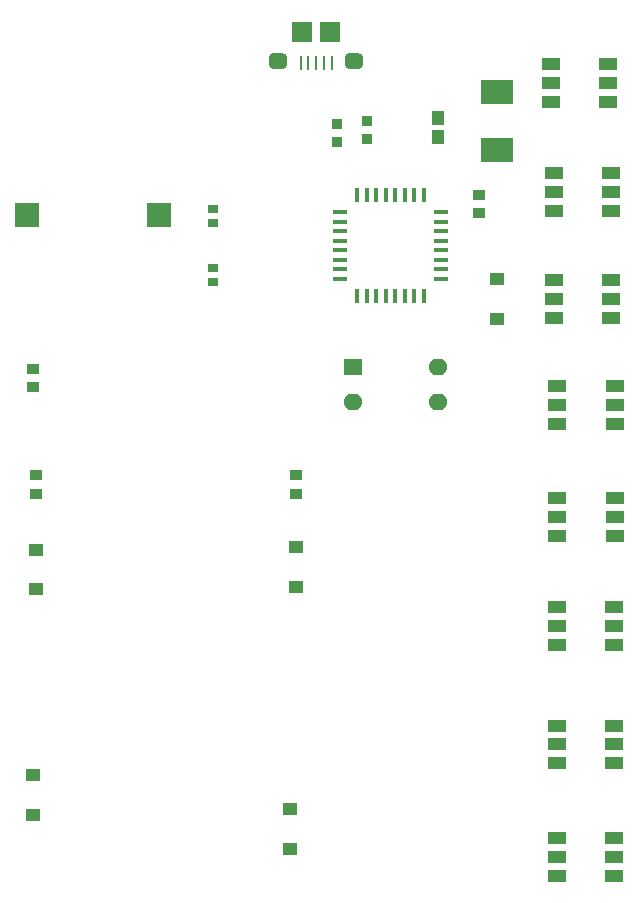
<source format=gtp>
G04*
G04 #@! TF.GenerationSoftware,Altium Limited,Altium Designer,20.2.7 (254)*
G04*
G04 Layer_Color=8421504*
%FSLAX44Y44*%
%MOMM*%
G71*
G04*
G04 #@! TF.SameCoordinates,3DC96C9F-A8A8-42D8-A5AB-E266E3FEE33C*
G04*
G04*
G04 #@! TF.FilePolarity,Positive*
G04*
G01*
G75*
%ADD15R,0.8500X0.8000*%
%ADD16R,2.0066X2.1082*%
%ADD17R,0.3500X1.2000*%
%ADD18R,1.2000X0.3500*%
%ADD19R,1.6000X1.4000*%
%ADD20O,1.6000X1.4000*%
%ADD21R,1.5000X1.0000*%
%ADD22R,0.9800X0.8600*%
%ADD23R,0.9800X0.8700*%
%ADD24R,0.9300X0.8700*%
%ADD25O,0.2400X1.3500*%
%ADD26R,1.8000X1.7000*%
G04:AMPARAMS|DCode=27|XSize=1.5mm|YSize=1.3mm|CornerRadius=0.325mm|HoleSize=0mm|Usage=FLASHONLY|Rotation=180.000|XOffset=0mm|YOffset=0mm|HoleType=Round|Shape=RoundedRectangle|*
%AMROUNDEDRECTD27*
21,1,1.5000,0.6500,0,0,180.0*
21,1,0.8500,1.3000,0,0,180.0*
1,1,0.6500,-0.4250,0.3250*
1,1,0.6500,0.4250,0.3250*
1,1,0.6500,0.4250,-0.3250*
1,1,0.6500,-0.4250,-0.3250*
%
%ADD27ROUNDEDRECTD27*%
%ADD28R,2.8000X2.1500*%
%ADD29R,1.2438X1.1382*%
%ADD30R,1.0000X1.2000*%
D15*
X210000Y621000D02*
D03*
Y609000D02*
D03*
Y559000D02*
D03*
Y571000D02*
D03*
D16*
X52243Y615700D02*
D03*
X164257D02*
D03*
D17*
X332000Y632418D02*
D03*
X340000D02*
D03*
X348000D02*
D03*
X356000D02*
D03*
X364000D02*
D03*
X372000D02*
D03*
X380000D02*
D03*
X388000D02*
D03*
Y547582D02*
D03*
X380000D02*
D03*
X372000D02*
D03*
X364000D02*
D03*
X356000D02*
D03*
X348000D02*
D03*
X340000D02*
D03*
X332000D02*
D03*
D18*
X402418Y618000D02*
D03*
Y610000D02*
D03*
Y602000D02*
D03*
Y594000D02*
D03*
Y586000D02*
D03*
Y578000D02*
D03*
Y570000D02*
D03*
Y562000D02*
D03*
X317582D02*
D03*
Y570000D02*
D03*
Y578000D02*
D03*
Y586000D02*
D03*
Y594000D02*
D03*
Y602000D02*
D03*
Y610000D02*
D03*
Y618000D02*
D03*
D19*
X328000Y487500D02*
D03*
D20*
X400000Y457500D02*
D03*
Y487500D02*
D03*
X328000Y457500D02*
D03*
D21*
X500500Y88500D02*
D03*
Y72500D02*
D03*
Y56500D02*
D03*
X549500D02*
D03*
Y72500D02*
D03*
Y88500D02*
D03*
X500500Y183500D02*
D03*
Y167500D02*
D03*
Y151500D02*
D03*
X549500D02*
D03*
Y167500D02*
D03*
Y183500D02*
D03*
X500500Y283500D02*
D03*
Y267500D02*
D03*
Y251500D02*
D03*
X549500D02*
D03*
Y267500D02*
D03*
Y283500D02*
D03*
X501000Y376000D02*
D03*
Y360000D02*
D03*
Y344000D02*
D03*
X550000D02*
D03*
Y360000D02*
D03*
Y376000D02*
D03*
X501000Y471000D02*
D03*
Y455000D02*
D03*
Y439000D02*
D03*
X550000D02*
D03*
Y455000D02*
D03*
Y471000D02*
D03*
X498000Y561000D02*
D03*
Y545000D02*
D03*
Y529000D02*
D03*
X547000D02*
D03*
Y545000D02*
D03*
Y561000D02*
D03*
X498000Y651000D02*
D03*
Y635000D02*
D03*
Y619000D02*
D03*
X547000D02*
D03*
Y635000D02*
D03*
Y651000D02*
D03*
X495500Y743500D02*
D03*
Y727500D02*
D03*
Y711500D02*
D03*
X544500D02*
D03*
Y727500D02*
D03*
Y743500D02*
D03*
D22*
X57500Y485150D02*
D03*
Y469850D02*
D03*
X435000Y632650D02*
D03*
Y617350D02*
D03*
D23*
X280000Y379700D02*
D03*
Y395300D02*
D03*
X60000Y379700D02*
D03*
Y395300D02*
D03*
D24*
X340000Y695600D02*
D03*
Y680000D02*
D03*
X315000Y692800D02*
D03*
Y677200D02*
D03*
D25*
X284000Y744250D02*
D03*
X297000D02*
D03*
X303500D02*
D03*
X310000D02*
D03*
X290500D02*
D03*
D26*
X285000Y771000D02*
D03*
X309000D02*
D03*
D27*
X265000Y746500D02*
D03*
X329000D02*
D03*
D28*
X450000Y719550D02*
D03*
Y670450D02*
D03*
D29*
X275000Y112500D02*
D03*
Y78766D02*
D03*
X280000Y334367D02*
D03*
Y300633D02*
D03*
X57500Y141867D02*
D03*
Y108133D02*
D03*
X60000Y332500D02*
D03*
Y298766D02*
D03*
X450000Y528133D02*
D03*
Y561867D02*
D03*
D30*
X400000Y681750D02*
D03*
Y698250D02*
D03*
M02*

</source>
